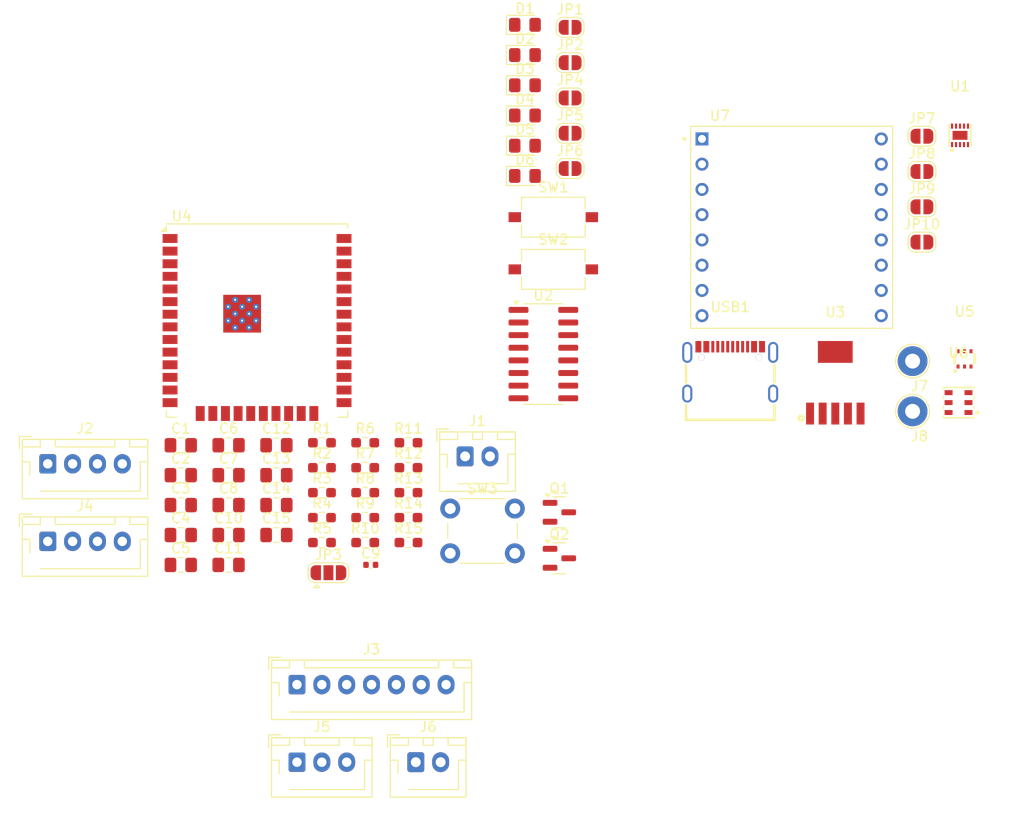
<source format=kicad_pcb>
(kicad_pcb (version 20241229) (generator "pcbnew") (generator_version "9.0")
  (layers (0 "F.Cu" signal) (2 "B.Cu" signal) (13 "F.Paste" user) (15 "B.Paste" user) (5 "F.SilkS" user "F.Silkscreen") (7 "B.SilkS" user "B.Silkscreen") (1 "F.Mask" user) (3 "B.Mask" user) (25 "Edge.Cuts" user))
  (net 0 "")
  (net 1 "Net-(JP1-B)")
  (net 2 "GND")
  (net 3 "Net-(U2-V3)")
  (net 4 "+5V")
  (net 5 "ESP_EN")
  (net 6 "BATT +")
  (net 7 "+3.3V")
  (net 8 "Net-(U3-FB)")
  (net 9 "GND2")
  (net 10 "+3.3VA")
  (net 11 "Net-(D1-A)")
  (net 12 "ESP_RX")
  (net 13 "ESP_TX")
  (net 14 "Net-(D2-A)")
  (net 15 "Net-(D3-A)")
  (net 16 "Net-(D3-K)")
  (net 17 "Net-(D4-A)")
  (net 18 "PG")
  (net 19 "Net-(D5-A)")
  (net 20 "Net-(D5-K)")
  (net 21 "Net-(D6-A)")
  (net 22 "SDA")
  (net 23 "SCL")
  (net 24 "E_SCL")
  (net 25 "E_SDA")
  (net 26 "Net-(JP2-A)")
  (net 27 "Net-(JP2-B)")
  (net 28 "VDC")
  (net 29 "Net-(JP3-C)")
  (net 30 "Net-(JP4-B)")
  (net 31 "Net-(JP6-B)")
  (net 32 "Net-(Q1-G)")
  (net 33 "Net-(Q1-S)")
  (net 34 "ESP_I0")
  (net 35 "Net-(USB1-CC2)")
  (net 36 "Net-(USB1-CC1)")
  (net 37 "Net-(U1-PRETERM)")
  (net 38 "Net-(U1-TS)")
  (net 39 "Net-(U4-IO26)")
  (net 40 "Net-(U5-INT)")
  (net 44 "Net-(U2-UD-)")
  (net 48 "Net-(U2-UD+)")
  (net 50 "TFT_CS")
  (net 53 "TFT_DC")
  (net 54 "TFT_RST")
  (net 60 "TOUCH_0")
  (net 61 "ESP_MOSI")
  (net 62 "ESP_TX2")
  (net 64 "ESP_RX2")
  (net 65 "TOUCH_2")
  (net 66 "ESP_CLK")
  (net 69 "ESP_ADC")
  (net 76 "Net-(J3-Pin_2)")
  (net 77 "Net-(J6-Pin_2)")
  (net 78 "Net-(J6-Pin_1)")
  (net 79 "Net-(JP9-A)")
  (net 80 "Net-(JP10-A)")
  (footprint "Jumper:SolderJumper-2_P1.3mm_Open_RoundedPad1.0x1.5mm" (layer "F.Cu") (at 150.1425 45.42)
    (property "Reference" "JP2" (at 0 -1.8 0) (layer "F.SilkS"))
    (property "Value" "SolderJumper_2_Open")
    (pad "1" smd custom (at -0.65 0) (size 1 0.5) (layers "F.Cu" "F.Mask") (net 26 "Net-(JP2-A)") (options (clearance outline) (anchor rect)) (primitives (gr_circle (center 0 0.25) (end 0.5 0.25) (width 0) (fill yes)) (gr_circle (center 0 -0.25) (end 0.5 -0.25) (width 0) (fill yes)) (gr_poly (pts (xy 0.5 0.75) (xy 0 0.75) (xy 0 -0.75) (xy 0.5 -0.75)) (width 0) (fill yes))))
    (pad "2" smd custom (at 0.65 0) (size 1 0.5) (layers "F.Cu" "F.Mask") (net 27 "Net-(JP2-B)") (options (clearance outline) (anchor rect)) (primitives (gr_circle (center 0 0.25) (end 0.5 0.25) (width 0) (fill yes)) (gr_circle (center 0 -0.25) (end 0.5 -0.25) (width 0) (fill yes)) (gr_poly (pts (xy 0 0.75) (xy -0.5 0.75) (xy -0.5 -0.75) (xy 0 -0.75)) (width 0) (fill yes))))
  )
  (footprint "Connector_JST:JST_XH_B2B-XH-AM_1x02_P2.50mm_Vertical" (layer "F.Cu") (at 139.5825 85.02)
    (property "Reference" "J1" (at 1.25 -3.55 0) (layer "F.SilkS"))
    (property "Value" "Battery Connector")
    (pad "" np_thru_hole circle (at -1.6 2) (size 1.2 1.2) (drill 1.2) (layers "*.Cu" "*.Mask"))
    (pad "1" thru_hole roundrect (at 0 0) (size 1.7 2) (drill 1) (layers "*.Cu" "*.Mask") (roundrect_rratio 0.147059) (net 6 "BATT +"))
    (pad "2" thru_hole oval (at 2.5 0) (size 1.7 2) (drill 1) (layers "*.Cu" "*.Mask") (net 2 "GND"))
  )
  (footprint "Resistor_SMD:R_0603_1608Metric_Pad0.98x0.95mm_HandSolder" (layer "F.Cu") (at 129.5325 93.69)
    (property "Reference" "R10" (at 0 -1.43 0) (layer "F.SilkS"))
    (property "Value" "1.5K")
    (pad "1" smd roundrect (at -0.9125 0) (size 0.975 0.95) (layers "F.Cu" "F.Mask" "F.Paste") (net 17 "Net-(D4-A)"))
    (pad "2" smd roundrect (at 0.9125 0) (size 0.975 0.95) (layers "F.Cu" "F.Mask" "F.Paste") (net 6 "BATT +"))
  )
  (footprint "LED_SMD:LED_0805_2012Metric_Pad1.15x1.40mm_HandSolder" (layer "F.Cu") (at 145.5975 44.655)
    (property "Reference" "D2" (at 0 -1.65 0) (layer "F.SilkS"))
    (property "Value" "LED")
    (pad "1" smd roundrect (at -1.025 0) (size 1.15 1.4) (layers "F.Cu" "F.Mask" "F.Paste") (roundrect_rratio 0.217391) (net 13 "ESP_TX"))
    (pad "2" smd roundrect (at 1.025 0) (size 1.15 1.4) (layers "F.Cu" "F.Mask" "F.Paste") (roundrect_rratio 0.217391) (net 14 "Net-(D2-A)"))
  )
  (footprint "Resistor_SMD:R_0603_1608Metric_Pad0.98x0.95mm_HandSolder" (layer "F.Cu") (at 125.1825 86.16)
    (property "Reference" "R2" (at 0 -1.43 0) (layer "F.SilkS"))
    (property "Value" "5.1k")
    (pad "1" smd roundrect (at -0.9125 0) (size 0.975 0.95) (layers "F.Cu" "F.Mask" "F.Paste") (net 36 "Net-(USB1-CC1)"))
    (pad "2" smd roundrect (at 0.9125 0) (size 0.975 0.95) (layers "F.Cu" "F.Mask" "F.Paste") (net 2 "GND"))
  )
  (footprint "Capacitor_SMD:C_0805_2012Metric_Pad1.18x1.45mm_HandSolder" (layer "F.Cu") (at 115.7925 86.91)
    (property "Reference" "C7" (at 0 -1.68 0) (layer "F.SilkS"))
    (property "Value" "10uF")
    (pad "1" smd roundrect (at -1.0375 0) (size 1.175 1.45) (layers "F.Cu" "F.Mask" "F.Paste") (roundrect_rratio 0.212766) (net 7 "+3.3V"))
    (pad "2" smd roundrect (at 1.0375 0) (size 1.175 1.45) (layers "F.Cu" "F.Mask" "F.Paste") (roundrect_rratio 0.212766) (net 2 "GND"))
  )
  (footprint "Resistor_SMD:R_0603_1608Metric_Pad0.98x0.95mm_HandSolder" (layer "F.Cu") (at 133.8825 93.69)
    (property "Reference" "R15" (at 0 -1.43 0) (layer "F.SilkS"))
    (property "Value" "1K")
    (pad "1" smd roundrect (at -0.9125 0) (size 0.975 0.95) (layers "F.Cu" "F.Mask" "F.Paste") (net 10 "+3.3VA"))
    (pad "2" smd roundrect (at 0.9125 0) (size 0.975 0.95) (layers "F.Cu" "F.Mask" "F.Paste") (net 40 "Net-(U5-INT)"))
  )
  (footprint "tanimoji:MODULE_DFR0299" (layer "F.Cu") (at 172.425 61.98)
    (property "Reference" "U7" (at -7.225 -11.235 0) (layer "F.SilkS"))
    (property "Value" "DFR0299")
    (pad "1" thru_hole rect (at -9.017 -8.89) (size 1.308 1.308) (drill 0.8) (layers "*.Cu" "*.Mask") (net 4 "+5V"))
    (pad "2" thru_hole circle (at -9.017 -6.35) (size 1.308 1.308) (drill 0.8) (layers "*.Cu" "*.Mask") (net 64 "ESP_RX2"))
    (pad "3" thru_hole circle (at -9.017 -3.81) (size 1.308 1.308) (drill 0.8) (layers "*.Cu" "*.Mask") (net 62 "ESP_TX2"))
    (pad "4" thru_hole circle (at -9.017 -1.27) (size 1.308 1.308) (drill 0.8) (layers "*.Cu" "*.Mask"))
    (pad "5" thru_hole circle (at -9.017 1.27) (size 1.308 1.308) (drill 0.8) (layers "*.Cu" "*.Mask"))
    (pad "6" thru_hole circle (at -9.017 3.81) (size 1.308 1.308) (drill 0.8) (layers "*.Cu" "*.Mask") (net 77 "Net-(J6-Pin_2)"))
    (pad "7" thru_hole circle (at -9.017 6.35) (size 1.308 1.308) (drill 0.8) (layers "*.Cu" "*.Mask") (net 79 "Net-(JP9-A)"))
    (pad "8" thru_hole circle (at -9.017 8.89) (size 1.308 1.308) (drill 0.8) (layers "*.Cu" "*.Mask") (net 78 "Net-(J6-Pin_1)"))
    (pad "9" thru_hole circle (at 9.017 8.89) (size 1.308 1.308) (drill 0.8) (layers "*.Cu" "*.Mask"))
    (pad "10" thru_hole circle (at 9.017 6.35) (size 1.308 1.308) (drill 0.8) (layers "*.Cu" "*.Mask") (net 80 "Net-(JP10-A)"))
    (pad "11" thru_hole circle (at 9.017 3.81) (size 1.308 1.308) (drill 0.8) (layers "*.Cu" "*.Mask"))
    (pad "12" thru_hole circle (at 9.017 1.27) (size 1.308 1.308) (drill 0.8) (layers "*.Cu" "*.Mask"))
    (pad "13" thru_hole circle (at 9.017 -1.27) (size 1.308 1.308) (drill 0.8) (layers "*.Cu" "*.Mask"))
    (pad "14" thru_hole circle (at 9.017 -3.81) (size 1.308 1.308) (drill 0.8) (layers "*.Cu" "*.Mask"))
    (pad "15" thru_hole circle (at 9.017 -6.35) (size 1.308 1.308) (drill 0.8) (layers "*.Cu" "*.Mask"))
    (pad "16" thru_hole circle (at 9.017 -8.89) (size 1.308 1.308) (drill 0.8) (layers "*.Cu" "*.Mask"))
  )
  (footprint "Capacitor_SMD:C_0805_2012Metric_Pad1.18x1.45mm_HandSolder" (layer "F.Cu") (at 110.9825 95.94)
    (property "Reference" "C5" (at 0 -1.68 0) (layer "F.SilkS"))
    (property "Value" "10uF")
    (pad "1" smd roundrect (at -1.0375 0) (size 1.175 1.45) (layers "F.Cu" "F.Mask" "F.Paste") (roundrect_rratio 0.212766) (net 2 "GND"))
    (pad "2" smd roundrect (at 1.0375 0) (size 1.175 1.45) (layers "F.Cu" "F.Mask" "F.Paste") (roundrect_rratio 0.212766) (net 6 "BATT +"))
  )
  (footprint "Capacitor_SMD:C_0805_2012Metric_Pad1.18x1.45mm_HandSolder" (layer "F.Cu") (at 120.6025 83.9)
    (property "Reference" "C12" (at 0 -1.68 0) (layer "F.SilkS"))
    (property "Value" "10uF")
    (pad "1" smd roundrect (at -1.0375 0) (size 1.175 1.45) (layers "F.Cu" "F.Mask" "F.Paste") (roundrect_rratio 0.212766) (net 10 "+3.3VA"))
    (pad "2" smd roundrect (at 1.0375 0) (size 1.175 1.45) (layers "F.Cu" "F.Mask" "F.Paste") (roundrect_rratio 0.212766) (net 9 "GND2"))
  )
  (footprint "Resistor_SMD:R_0603_1608Metric_Pad0.98x0.95mm_HandSolder" (layer "F.Cu") (at 125.1825 88.67)
    (property "Reference" "R3" (at 0 -1.43 0) (layer "F.SilkS"))
    (property "Value" "1K")
    (pad "1" smd roundrect (at -0.9125 0) (size 0.975 0.95) (layers "F.Cu" "F.Mask" "F.Paste") (net 27 "Net-(JP2-B)"))
    (pad "2" smd roundrect (at 0.9125 0) (size 0.975 0.95) (layers "F.Cu" "F.Mask" "F.Paste") (net 2 "GND"))
  )
  (footprint "tanimoji:SOT-223-6_L6.5-W3.5-P1.27-BL" (layer "F.Cu") (at 176.815 77.615)
    (property "Reference" "U3" (at 0 -7.1 0) (layer "F.SilkS"))
    (property "Value" "TPS73733DCQR")
    (pad "1" smd rect (at -2.54 3.1) (size 0.8 2.2) (layers "F.Cu" "F.Mask" "F.Paste") (net 30 "Net-(JP4-B)"))
    (pad "2" smd rect (at -1.27 3.1) (size 0.8 2.2) (layers "F.Cu" "F.Mask" "F.Paste") (net 7 "+3.3V"))
    (pad "3" smd rect (at 0 3.1) (size 0.8 2.2) (layers "F.Cu" "F.Mask" "F.Paste") (net 2 "GND"))
    (pad "4" smd rect (at 1.27 3.1) (size 0.8 2.2) (layers "F.Cu" "F.Mask" "F.Paste") (net 8 "Net-(U3-FB)"))
    (pad "5" smd rect (at 2.54 3.1) (size 0.8 2.2) (layers "F.Cu" "F.Mask" "F.Paste") (net 30 "Net-(JP4-B)"))
    (pad "6" smd rect (at 0 -3.1 180) (size 3.5 2.2) (layers "F.Cu" "F.Mask" "F.Paste") (net 2 "GND"))
  )
  (footprint "Connector_JST:JST_XH_B2B-XH-AM_1x02_P2.50mm_Vertical" (layer "F.Cu") (at 134.62 115.78)
    (property "Reference" "J6" (at 1.25 -3.55 0) (layer "F.SilkS"))
    (property "Value" "Screw_Terminal_01x02")
    (pad "" np_thru_hole circle (at -1.6 2) (size 1.2 1.2) (drill 1.2) (layers "*.Cu" "*.Mask"))
    (pad "1" thru_hole roundrect (at 0 0) (size 1.7 2) (drill 1) (layers "*.Cu" "*.Mask") (roundrect_rratio 0.147059) (net 78 "Net-(J6-Pin_1)"))
    (pad "2" thru_hole oval (at 2.5 0) (size 1.7 2) (drill 1) (layers "*.Cu" "*.Mask") (net 77 "Net-(J6-Pin_2)"))
  )
  (footprint "Resistor_SMD:R_0603_1608Metric_Pad0.98x0.95mm_HandSolder" (layer "F.Cu") (at 129.5325 88.67)
    (property "Reference" "R8" (at 0 -1.43 0) (layer "F.SilkS"))
    (property "Value" "10K")
    (pad "1" smd roundrect (at -0.9125 0) (size 0.975 0.95) (layers "F.Cu" "F.Mask" "F.Paste") (net 38 "Net-(U1-TS)"))
    (pad "2" smd roundrect (at 0.9125 0) (size 0.975 0.95) (layers "F.Cu" "F.Mask" "F.Paste") (net 2 "GND"))
  )
  (footprint "Capacitor_SMD:C_0805_2012Metric_Pad1.18x1.45mm_HandSolder" (layer "F.Cu") (at 110.9825 86.91)
    (property "Reference" "C2" (at 0 -1.68 0) (layer "F.SilkS"))
    (property "Value" "0.1uF")
    (pad "1" smd roundrect (at -1.0375 0) (size 1.175 1.45) (layers "F.Cu" "F.Mask" "F.Paste") (roundrect_rratio 0.212766) (net 3 "Net-(U2-V3)"))
    (pad "2" smd roundrect (at 1.0375 0) (size 1.175 1.45) (layers "F.Cu" "F.Mask" "F.Paste") (roundrect_rratio 0.212766) (net 2 "GND"))
  )
  (footprint "Resistor_SMD:R_0603_1608Metric_Pad0.98x0.95mm_HandSolder" (layer "F.Cu") (at 129.5325 91.18)
    (property "Reference" "R9" (at 0 -1.43 0) (layer "F.SilkS"))
    (property "Value" "1.5K")
    (pad "1" smd roundrect (at -0.9125 0) (size 0.975 0.95) (layers "F.Cu" "F.Mask" "F.Paste") (net 6 "BATT +"))
    (pad "2" smd roundrect (at 0.9125 0) (size 0.975 0.95) (layers "F.Cu" "F.Mask" "F.Paste") (net 15 "Net-(D3-A)"))
  )
  (footprint "Capacitor_SMD:C_0805_2012Metric_Pad1.18x1.45mm_HandSolder" (layer "F.Cu") (at 110.9825 83.9)
    (property "Reference" "C1" (at 0 -1.68 0) (layer "F.SilkS"))
    (property "Value" "10uF")
    (pad "1" smd roundrect (at -1.0375 0) (size 1.175 1.45) (layers "F.Cu" "F.Mask" "F.Paste") (roundrect_rratio 0.212766) (net 1 "Net-(JP1-B)"))
    (pad "2" smd roundrect (at 1.0375 0) (size 1.175 1.45) (layers "F.Cu" "F.Mask" "F.Paste") (roundrect_rratio 0.212766) (net 2 "GND"))
  )
  (footprint "Jumper:SolderJumper-3_P1.3mm_Open_RoundedPad1.0x1.5mm" (layer "F.Cu") (at 125.8325 96.72)
    (property "Reference" "JP3" (at 0 -1.8 0) (layer "F.SilkS"))
    (property "Value" "SolderJumper_3_Open")
    (pad "1" smd custom (at -1.3 0) (size 1 0.5) (layers "F.Cu" "F.Mask") (net 28 "VDC") (options (clearance outline) (anchor rect)) (primitives (gr_circle (center 0 0.25) (end 0.5 0.25) (width 0) (fill yes)) (gr_circle (center 0 -0.25) (end 0.5 -0.25) (width 0) (fill yes)) (gr_poly (pts (xy 0.55 0.75) (xy 0 0.75) (xy 0 -0.75) (xy 0.55 -0.75)) (width 0) (fill yes))))
    (pad "2" smd rect (at 0 0) (size 1 1.5) (layers "F.Cu" "F.Mask") (net 29 "Net-(JP3-C)"))
    (pad "3" smd custom (at 1.3 0) (size 1 0.5) (layers "F.Cu" "F.Mask") (net 2 "GND") (options (clearance outline) (anchor rect)) (primitives (gr_circle (center 0 0.25) (end 0.5 0.25) (width 0) (fill yes)) (gr_circle (center 0 -0.25) (end 0.5 -0.25) (width 0) (fill yes)) (gr_poly (pts (xy 0 0.75) (xy -0.55 0.75) (xy -0.55 -0.75) (xy 0 -0.75)) (width 0) (fill yes))))
  )
  (footprint "Capacitor_SMD:C_0805_2012Metric_Pad1.18x1.45mm_HandSolder" (layer "F.Cu") (at 115.7925 83.9)
    (property "Reference" "C6" (at 0 -1.68 0) (layer "F.SilkS"))
    (property "Value" "0.1uF")
    (pad "1" smd roundrect (at -1.0375 0) (size 1.175 1.45) (layers "F.Cu" "F.Mask" "F.Paste") (roundrect_rratio 0.212766) (net 2 "GND"))
    (pad "2" smd roundrect (at 1.0375 0) (size 1.175 1.45) (layers "F.Cu" "F.Mask" "F.Paste") (roundrect_rratio 0.212766) (net 5 "ESP_EN"))
  )
  (footprint "LED_SMD:LED_0805_2012Metric_Pad1.15x1.40mm_HandSolder" (layer "F.Cu") (at 145.5975 53.775)
    (property "Reference" "D5" (at 0 -1.65 0) (layer "F.SilkS"))
    (property "Value" "LED")
    (pad "1" smd roundrect (at -1.025 0) (size 1.15 1.4) (layers "F.Cu" "F.Mask" "F.Paste") (roundrect_rratio 0.217391) (net 20 "Net-(D5-K)"))
    (pad "2" smd roundrect (at 1.025 0) (size 1.15 1.4) (layers "F.Cu" "F.Mask" "F.Paste") (roundrect_rratio 0.217391) (net 19 "Net-(D5-A)"))
  )
  (footprint "tanimoji:SENSOR-SMD_L3.0-W3.0-P1.00-BR" (layer "F.Cu") (at 189.21 79.61)
    (property "Reference" "U6" (at 0 -5 0) (layer "F.SilkS"))
    (property "Value" "AHT20")
    (pad "1" smd rect (at 1 1 180) (size 0.8 0.5) (layers "F.Cu" "F.Mask" "F.Paste"))
    (pad "2" smd rect (at 1 0 180) (size 0.8 0.5) (layers "F.Cu" "F.Mask" "F.Paste") (net 10 "+3.3VA"))
    (pad "3" smd rect (at 1 -1 180) (size 0.8 0.5) (layers "F.Cu" "F.Mask" "F.Paste") (net 24 "E_SCL"))
    (pad "4" smd rect (at -1 -1 180) (size 0.8 0.5) (layers "F.Cu" "F.Mask" "F.Paste") (net 25 "E_SDA"))
    (pad "5" smd rect (at -1 0 180) (size 0.8 0.5) (layers "F.Cu" "F.Mask" "F.Paste") (net 9 "GND2"))
    (pad "6" smd rect (at -1 1 180) (size 0.8 0.5) (layers "F.Cu" "F.Mask" "F.Paste"))
  )
  (footprint "Button_Switch_SMD:SW_Tactile_SPST_NO_Straight_CK_PTS636Sx25SMTRLFS" (layer "F.Cu") (at 148.4525 60.96)
    (property "Reference" "SW1" (at 0 -3 0) (layer "F.SilkS"))
    (property "Value" "SW_Push")
    (pad "1" smd rect (at -3.875 0) (size 1.25 1) (layers "F.Cu" "F.Mask" "F.Paste") (net 2 "GND"))
    (pad "2" smd rect (at 3.875 0) (size 1.25 1) (layers "F.Cu" "F.Mask" "F.Paste") (net 5 "ESP_EN"))
  )
  (footprint "tanimoji:SENSOR-SMD_LTR-390UV-01" (layer "F.Cu") (at 189.815 75.215)
    (property "Reference" "U5" (at 0 -4.77 0) (layer "F.SilkS"))
    (property "Value" "LTR-390UV-01")
    (pad "1" smd rect (at -0.65 0.77) (size 0.3 0.4) (layers "F.Cu" "F.Mask" "F.Paste") (net 10 "+3.3VA"))
    (pad "2" smd rect (at 0 0.77) (size 0.3 0.4) (layers "F.Cu" "F.Mask" "F.Paste"))
    (pad "3" smd rect (at 0.65 0.77) (size 0.3 0.4) (layers "F.Cu" "F.Mask" "F.Paste") (net 9 "GND2"))
    (pad "4" smd rect (at 0.65 -0.77) (size 0.3 0.4) (layers "F.Cu" "F.Mask" "F.Paste") (net 24 "E_SCL"))
    (pad "5" smd rect (at 0 -0.77) (size 0.3 0.4) (layers "F.Cu" "F.Mask" "F.Paste") (net 40 "Net-(U5-INT)"))
    (pad "6" smd rect (at -0.65 -0.77) (size 0.3 0.4) (layers "F.Cu" "F.Mask" "F.Paste") (net 25 "E_SDA"))
  )
  (footprint "Capacitor_SMD:C_0402_1005Metric" (layer "F.Cu") (at 130.0925 95.93)
    (property "Reference" "C9" (at 0 -1.16 0) (layer "F.SilkS"))
    (property "Value" "10nF")
    (pad "1" smd roundrect (at -0.48 0) (size 0.56 0.62) (layers "F.Cu" "F.Mask" "F.Paste") (net 2 "GND"))
    (pad "2" smd roundrect (at 0.48 0) (size 0.56 0.62) (layers "F.Cu" "F.Mask" "F.Paste") (net 8 "Net-(U3-FB)"))
  )
  (footprint "Connector_JST:JST_XH_B4B-XH-AM_1x04_P2.50mm_Vertical" (layer "F.Cu") (at 97.6025 93.57)
    (property "Reference" "J4" (at 3.75 -3.55 0) (layer "F.SilkS"))
    (property "Value" "Screw_Terminal_01x04")
    (pad "" np_thru_hole circle (at -1.6 2) (size 1.2 1.2) (drill 1.2) (layers "*.Cu" "*.Mask"))
    (pad "1" thru_hole roundrect (at 0 0) (size 1.7 1.95) (drill 0.95) (layers "*.Cu" "*.Mask") (roundrect_rratio 0.147059) (net 10 "+3.3VA"))
    (pad "2" thru_hole oval (at 2.5 0) (size 1.7 1.95) (drill 0.95) (layers "*.Cu" "*.Mask") (net 24 "E_SCL"))
    (pad "3" thru_hole oval (at 5 0) (size 1.7 1.95) (drill 0.95) (layers "*.Cu" "*.Mask") (net 25 "E_SDA"))
    (pad "4" thru_hole oval (at 7.5 0) (size 1.7 1.95) (drill 0.95) (layers "*.Cu" "*.Mask") (net 9 "GND2"))
  )
  (footprint "Resistor_SMD:R_0603_1608Metric_Pad0.98x0.95mm_HandSolder" (layer "F.Cu") (at 125.1825 93.69)
    (property "Reference" "R5" (at 0 -1.43 0) (layer "F.SilkS"))
    (property "Value" "2K")
    (pad "1" smd roundrect (at -0.9125 0) (size 0.975 0.95) (layers "F.Cu" "F.Mask" "F.Paste") (net 37 "Net-(U1-PRETERM)"))
    (pad "2" smd roundrect (at 0.9125 0) (size 0.975 0.95) (layers "F.Cu" "F.Mask" "F.Paste") (net 2 "GND"))
  )
  (footprint "TestPoint:TestPoint_Loop_D2.54mm_Drill1.5mm_Beaded" (layer "F.Cu") (at 184.59 80.49)
    (property "Reference" "J8" (at 0.7 2.5 0) (layer "F.SilkS"))
    (property "Value" "Conn_01x01_Pin")
    (pad "1" thru_hole circle (at 0 0) (size 3 3) (drill 1.5) (layers "*.Cu" "*.Mask") (net 60 "TOUCH_0"))
  )
  (footprint "Button_Switch_SMD:SW_Tactile_SPST_NO_Straight_CK_PTS636Sx25SMTRLFS" (layer "F.Cu") (at 148.4525 66.21)
    (property "Reference" "SW2" (at 0 -3 0) (layer "F.SilkS"))
    (property "Value" "SW_Push")
    (pad "1" smd rect (at -3.875 0) (size 1.25 1) (layers "F.Cu" "F.Mask" "F.Paste") (net 34 "ESP_I0"))
    (pad "2" smd rect (at 3.875 0) (size 1.25 1) (layers "F.Cu" "F.Mask" "F.Paste") (net 2 "GND"))
  )
  (footprint "LED_SMD:LED_0805_2012Metric_Pad1.15x1.40mm_HandSolder" (layer "F.Cu") (at 145.5975 50.735)
    (property "Reference" "D4" (at 0 -1.65 0) (layer "F.SilkS"))
    (property "Value" "PGOOD")
    (pad "1" smd roundrect (at -1.025 0) (size 1.15 1.4) (layers "F.Cu" "F.Mask" "F.Paste") (roundrect_rratio 0.217391) (net 18 "PG"))
    (pad "2" smd roundrect (at 1.025 0) (size 1.15 1.4) (layers "F.Cu" "F.Mask" "F.Paste") (roundrect_rratio 0.217391) (net 17 "Net-(D4-A)"))
  )
  (footprint "RF_Module:ESP32-WROOM-32U" (layer "F.Cu") (at 118.6525 71.36)
    (property "Reference" "U4" (at -7.58 -10.5 180) (layer "F.SilkS"))
    (property "Value" "ESP32-WROOM-32")
    (pad "1" smd rect (at -8.75 -8.255) (size 1.5 0.9) (layers "F.Cu" "F.Mask" "F.Paste") (net 2 "GND"))
    (pad "2" smd rect (at -8.75 -6.985) (size 1.5 0.9) (layers "F.Cu" "F.Mask" "F.Paste") (net 7 "+3.3V"))
    (pad "3" smd rect (at -8.75 -5.715) (size 1.5 0.9) (layers "F.Cu" "F.Mask" "F.Paste") (net 5 "ESP_EN"))
    (pad "4" smd rect (at -8.75 -4.445) (size 1.5 0.9) (layers "F.Cu" "F.Mask" "F.Paste"))
    (pad "5" smd rect (at -8.75 -3.175) (size 1.5 0.9) (layers "F.Cu" "F.Mask" "F.Paste"))
    (pad "6" smd rect (at -8.75 -1.905) (size 1.5 0.9) (layers "F.Cu" "F.Mask" "F.Paste") (net 69 "ESP_ADC"))
    (pad "7" smd rect (at -8.75 -0.635) (size 1.5 0.9) (layers "F.Cu" "F.Mask" "F.Paste"))
    (pad "8" smd rect (at -8.75 0.635) (size 1.5 0.9) (layers "F.Cu" "F.Mask" "F.Paste") (net 53 "TFT_DC"))
    (pad "9" smd rect (at -8.75 1.905) (size 1.5 0.9) (layers "F.Cu" "F.Mask" "F.Paste"))
    (pad "10" smd rect (at -8.75 3.175) (size 1.5 0.9) (layers "F.Cu" "F.Mask" "F.Paste"))
    (pad "11" smd rect (at -8.75 4.445) (size 1.5 0.9) (layers "F.Cu" "F.Mask" "F.Paste") (net 39 "Net-(U4-IO26)"))
    (pad "12" smd rect (at -8.75 5.715) (size 1.5 0.9) (layers "F.Cu" "F.Mask" "F.Paste"))
    (pad "13" smd rect (at -8.75 6.985) (size 1.5 0.9) (layers "F.Cu" "F.Mask" "F.Paste"))
    (pad "14" smd rect (at -8.75 8.255) (size 1.5 0.9) (layers "F.Cu" "F.Mask" "F.Paste") (net 19 "Net-(D5-A)"))
    (pad "15" smd rect (at -5.715 9.35 90) (size 1.5 0.9) (layers "F.Cu" "F.Mask" "F.Paste") (net 2 "GND"))
    (pad "16" smd rect (at -4.445 9.35 90) (size 1.5 0.9) (layers "F.Cu" "F.Mask" "F.Paste"))
    (pad "17" smd rect (at -3.175 9.35 90) (size 1.5 0.9) (layers "F.Cu" "F.Mask" "F.Paste"))
    (pad "18" smd rect (at -1.905 9.35 90) (size 1.5 0.9) (layers "F.Cu" "F.Mask" "F.Paste"))
    (pad "19" smd rect (at -0.635 9.35 90) (size 1.5 0.9) (layers "F.Cu" "F.Mask" "F.Paste"))
    (pad "20" smd rect (at 0.635 9.35 90) (size 1.5 0.9) (layers "F.Cu" "F.Mask" "F.Paste"))
    (pad "21" smd rect (at 1.905 9.35 90) (size 1.5 0.9) (layers "F.Cu" "F.Mask" "F.Paste"))
    (pad "22" smd rect (at 3.175 9.35 90) (size 1.5 0.9) (layers "F.Cu" "F.Mask" "F.Paste"))
    (pad "23" smd rect (at 4.445 9.35 90) (size 1.5 0.9) (layers "F.Cu" "F.Mask" "F.Paste") (net 54 "TFT_RST"))
    (pad "24" smd rect (at 5.715 9.35 90) (size 1.5 0.9) (layers "F.Cu" "F.Mask" "F.Paste") (net 65 "TOUCH_2"))
    (pad "25" smd rect (at 8.75 8.255) (size 1.5 0.9) (layers "F.Cu" "F.Mask" "F.Paste") (net 34 "ESP_I0"))
    (pad "26" smd rect (at 8.75 6.985) (size 1.5 0.9) (layers "F.Cu" "F.Mask" "F.Paste") (net 60 "TOUCH_0"))
    (pad "27" smd rect (at 8.75 5.715) (size 1.5 0.9) (layers "F.Cu" "F.Mask" "F.Paste") (net 62 "ESP_TX2"))
    (pad "28" smd rect (at 8.75 4.445) (size 1.5 0.9) (layers "F.Cu" "F.Mask" "F.Paste") (net 64 "ESP_RX2"))
    (pad "29" smd rect (at 8.75 3.175) (size 1.5 0.9) (layers "F.Cu" "F.Mask" "F.Paste") (net 50 "TFT_CS"))
    (pad "30" smd rect (at 8.75 1.905) (size 1.5 0.9) (layers "F.Cu" "F.Mask" "F.Paste") (net 66 "ESP_CLK"))
    (pad "31" smd rect (at 8.75 0.635) (size 1.5 0.9) (layers "F.Cu" "F.Mask" "F.Paste"))
    (pad "32" smd rect (at 8.75 -0.635) (size 1.5 0.9) (layers "F.Cu" "F.Mask" "F.Paste"))
    (pad "33" smd rect (at 8.75 -1.905) (size 1.5 0.9) (layers "F.Cu" "F.Mask" "F.Paste") (net 22 "SDA"))
    (pad "34" smd rect (at 8.75 -3.175) (size 1.5 0.9) (layers "F.Cu" "F.Mask" "F.Paste") (net 12 "ESP_RX"))
    (pad "35" smd rect (at 8.75 -4.445) (size 1.5 0.9) (layers "F.Cu" "F.Mask" "F.Paste") (net 13 "ESP_TX"))
    (pad "36" smd rect (at 8.75 -5.715) (size 1.5 0.9) (layers "F.Cu" "F.Mask" "F.Paste") (net 23 "SCL"))
    (pad "37" smd rect (at 8.75 -6.985) (size 1.5 0.9) (layers "F.Cu" "F.Mask" "F.Paste") (net 61 "ESP_MOSI"))
    (pad "38" smd rect (at 8.75 -8.255) (size 1.5 0.9) (layers "F.Cu" "F.Mask" "F.Paste") (net 2 "GND"))
    (pad "39" smd rect (at -2.9 -2.09) (size 0.9 0.9) (layers "F.Cu" "F.Paste") (net 2 "GND"))
    (pad "39" thru_hole circle (at -2.9 -1.39) (size 0.6 0.6) (drill 0.2) (property pad_prop_heatsink) (layers "*.Cu" "F.Mask") (net 2 "GND"))
    (pad "39" smd rect (at -2.9 -0.69) (size 0.9 0.9) (layers "F.Cu" "F.Paste") (net 2 "GND"))
    (pad "39" thru_hole circle (at -2.9 0.01) (size 0.6 0.6) (drill 0.2) (property pad_prop_heatsink) (layers "*.Cu" "F.Mask") (net 2 "GND"))
    (pad "39" smd rect (at -2.9 0.71) (size 0.9 0.9) (layers "F.Cu" "F.Paste") (net 2 "GND"))
    (pad "39" thru_hole circle (at -2.2 -2.09) (size 0.6 0.6) (drill 0.2) (property pad_prop_heatsink) (layers "*.Cu" "F.Mask") (net 2 "GND"))
    (pad "39" thru_hole circle (at -2.2 -0.69) (size 0.6 0.6) (drill 0.2) (property pad_prop_heatsink) (layers "*.Cu" "F.Mask") (net 2 "GND"))
    (pad "39" thru_hole circle (at -2.2 0.71) (size 0.6 0.6) (drill 0.2) (property pad_prop_heatsink) (layers "*.Cu" "F.Mask") (net 2 "GND"))
    (pad "39" smd rect (at -1.5 -2.09) (size 0.9 0.9) (layers "F.Cu" "F.Paste") (net 2 "GND"))
    (pad "39" thru_hole circle (at -1.5 -1.39) (size 0.6 0.6) (drill 0.2) (property pad_prop_heatsink) (layers "*.Cu" "F.Mask") (net 2 "GND"))
    (pad "39" smd rect (at -1.5 -0.69) (size 0.9 0.9) (layers "F.Cu" "F.Paste") (net 2 "GND"))
    (pad "39" smd rect (at -1.5 -0.69) (size 3.8 3.8) (property pad_prop_heatsink) (layers "F.Cu" "F.Mask") (net 2 "GND"))
    (pad "39" thru_hole circle (at -1.5 0.01) (size 0.6 0.6) (drill 0.2) (property pad_prop_heatsink) (layers "*.Cu" "F.Mask") (net 2 "GND"))
    (pad "39" smd rect (at -1.5 0.71) (size 0.9 0.9) (layers "F.Cu" "F.Paste") (net 2 "GND"))
    (pad "39" thru_hole circle (at -0.8 -2.09) (size 0.6 0.6) (drill 0.2) (property pad_prop_heatsink) (layers "*.Cu" "F.Mask") (net 2 "GND"))
    (pad "39" thru_hole circle (at -0.8 -0.69) (size 0.6 0.6) (drill 0.2) (property pad_prop_heatsink) (layers "*.Cu" "F.Mask") (net 2 "GND"))
    (pad "39" thru_hole circle (at -0.8 0.71) (size 0.6 0.6) (drill 0.2) (property pad_prop_heatsink) (layers "*.Cu" "F.Mask") (net 2 "GND"))
    (pad "39" smd rect (at -0.1 -2.09) (size 0.9 0.9) (layers "F.Cu" "F.Paste") (net 2 "GND"))
    (pad "39" thru_hole circle (at -0.1 -1.39) (size 0.6 0.6) (drill 0.2) (property pad_prop_heatsink) (layers "*.Cu" "F.Mask") (net 2 "GND"))
    (pad "39" smd rect (at -0.1 -0.69) (size 0.9 0.9) (layers "F.Cu" "F.Paste") (net 2 "GND"))
    (pad "39" thru_hole circle (at -0.1 0.01) (size 0.6 0.6) (drill 0.2) (property pad_prop_heatsink) (layers "*.Cu" "F.Mask") (net 2 "GND"))
    (pad "39" smd rect (at -0.1 0.71) (size 0.9 0.9) (layers "F.Cu" "F.Paste") (net 2 "GND"))
  )
  (footprint "LED_SMD:LED_0805_2012Metric_Pad1.15x1.40mm_HandSolder" (layer "F.Cu") (at 145.5975 56.815)
    (property "Reference" "D6" (at 0 -1.65 0) (layer "F.SilkS"))
    (property "Value" "LED")
    (pad "1" smd roundrect (at -1.025 0) (size 1.15 1.4) (layers "F.Cu" "F.Mask" "F.Paste") (roundrect_rratio 0.217391) (net 2 "GND"))
    (pad "2" smd roundrect (at 1.025 0) (size 1.15 1.4) (layers "F.Cu" "F.Mask" "F.Paste") (roundrect_rratio 0.217391) (net 21 "Net-(D6-A)"))
  )
  (footprint "Capacitor_SMD:C_0805_2012Metric_Pad1.18x1.45mm_HandSolder" (layer "F.Cu") (at 110.9825 89.92)
    (property "Reference" "C3" (at 0 -1.68 0) (layer "F.SilkS"))
    (property "Value" "10uF")
    (pad "1" smd roundrect (at -1.0375 0) (size 1.175 1.45) (layers "F.Cu" "F.Mask" "F.Paste") (roundrect_rratio 0.212766) (net 4 "+5V"))
    (pad "2" smd roundrect (at 1.0375 0) (size 1.175 1.45) (layers "F.Cu" "F.Mask" "F.Paste") (roundrect_rratio 0.212766) (net 2 "GND"))
  )
  (footprint "Resistor_SMD:R_0603_1608Metric_Pad0.98x0.95mm_HandSolder" (layer "F.Cu") (at 133.8825 86.16)
    (property "Reference" "R12" (at 0 -1.43 0) (layer "F.SilkS"))
    (property "Value" "1K")
    (pad "1" smd roundrect (at -0.9125 0) (size 0.975 0.95) (layers "F.Cu" "F.Mask" "F.Paste") (net 20 "Net-(D5-K)"))
    (pad "2" smd roundrect (at 0.9125 0) (size 0.975 0.95) (layers "F.Cu" "F.Mask" "F.Paste") (net 2 "GND"))
  )
  (footprint "Jumper:SolderJumper-2_P1.3mm_Open_RoundedPad1.0x1.5mm" (layer "F.Cu") (at 150.1425 52.52)
    (property "Reference" "JP5" (at 0 -1.8 0) (layer "F.SilkS"))
    (property "Value" "SolderJumper_2_Open")
    (pad "1" smd custom (at -0.65 0) (size 1 0.5) (layers "F.Cu" "F.Mask") (net 28 "VDC") (options (clearance outline) (anchor rect)) (primitives (gr_circle (center 0 0.25) (end 0.5 0.25) (width 0) (fill yes)) (gr_circle (center 0 -0.25) (end 0.5 -0.25) (width 0) (fill yes)) (gr_poly (pts (xy 0.5 0.75) (xy 0 0.75) (xy 0 -0.75) (xy 0.5 -0.75)) (width 0) (fill yes))))
    (pad "2" smd custom (at 0.65 0) (size 1 0.5) (layers "F.Cu" "F.Mask") (net 30 "Net-(JP4-B)") (options (clearance outline) (anchor rect)) (primitives (gr_circle (center 0 0.25) (end 0.5 0.25) (width 0) (fill yes)) (gr_circle (center 0 -0.25) (end 0.5 -0.25) (width 0) (fill yes)) (gr_poly (pts (xy 0 0.75) (xy -0.5 0.75) (xy -0.5 -0.75) (xy 0 -0.75)) (width 0) (fill yes))))
  )
  (footprint "Package_SO:SOP-16_3.9x9.9mm_P1.27mm" (layer "F.Cu") (at 147.4525 74.73)
    (property "Reference" "U2" (at 0 -5.9 0) (layer "F.SilkS"))
    (property "Value" "CH340C")
    (pad "1" smd roundrect (at -2.5 -4.445) (size 2 0.6) (layers "F.Cu" "F.Mask" "F.Paste") (net 2 "GND"))
    (pad "2" smd roundrect (at -2.5 -3.175) (size 2 0.6) (layers "F.Cu" "F.Mask" "F.Paste") (net 12 "ESP_RX"))
    (pad "3" smd roundrect (at -2.5 -1.905) (size 2 0.6) (layers "F.Cu" "F.Mask" "F.Paste") (net 13 "ESP_TX"))
    (pad "4" smd roundrect (at -2.5 -0.635) (size 2 0.6) (layers "F.Cu" "F.Mask" "F.Paste") (net 3 "Net-(U2-V3)"))
    (pad "5" smd roundrect (at -2.5 0.635) (size 2 0.6) (layers "F.Cu" "F.Mask" "F.Paste") (net 48 "Net-(U2-UD+)"))
    (pad "6" smd roundrect (at -2.5 1.905) (size 2 0.6) (layers "F.Cu" "F.Mask" "F.Paste") (net 44 "Net-(U2-UD-)"))
    (pad "7" smd roundrect (at -2.5 3.175) (size 2 0.6) (layers "F.Cu" "F.Mask" "F.Paste"))
    (pad "8" smd roundrect (at -2.5 4.445) (size 2 0.6) (layers "F.Cu" "F.Mask" "F.Paste"))
    (pad "9" smd roundrect (at 2.5 4.445) (size 2 0.6) (layers "F.Cu" "F.Mask" "F.Paste"))
    (pad "10" smd roundrect (at 2.5 3.175) (size 2 0.6) (layers "F.Cu" "F.Mask" "F.Paste"))
    (pad "11" smd roundrect (at 2.5 1.905) (size 2 0.6) (layers "F.Cu" "F.Mask" "F.Paste"))
    (pad "12" smd roundrect (at 2.5 0.635) (size 2 0.6) (layers "F.Cu" "F.Mask" "F.Paste"))
    (pad "13" smd roundrect (at 2.5 -0.635) (size 2 0.6) (layers "F.Cu" "F.Mask" "F.Paste") (net 32 "Net-(Q1-G)"))
    (pad "14" smd roundrect (at 2.5 -1.905) (size 2 0.6) (layers "F.Cu" "F.Mask" "F.Paste") (net 33 "Net-(Q1-S)"))
    (pad "15" smd roundrect (at 2.5 -3.175) (size 2 0.6) (layers "F.Cu" "F.Mask" "F.Paste"))
    (pad "16" smd roundrect (at 2.5 -4.445) (size 2 0.6) (layers "F.Cu" "F.Mask" "F.Paste") (net 4 "+5V"))
  )
  (footprint "Package_TO_SOT_SMD:SOT-23" (layer "F.Cu") (at 149.0625 90.645)
    (property "Reference" "Q1" (at 0 -2.4 0) (layer "F.SilkS"))
    (property "Value" "BSS138")
    (pad "1" smd roundrect (at -0.9375 -0.95) (size 1.475 0.6) (layers "F.Cu" "F.Mask" "F.Paste") (net 32 "Net-(Q1-G)"))
    (pad "2" smd roundrect (at -0.9375 0.95) (size 1.475 0.6) (layers "F.Cu" "F.Mask" "F.Paste") (net 33 "Net-(Q1-S)"))
    (pad "3" smd roundrect (at 0.9375 0) (size 1.475 0.6) (layers "F.Cu" "F.Mask" "F.Paste") (net 5 "ESP_EN"))
  )
  (footprint "Connector_JST:JST_XH_B3B-XH-AM_1x03_P2.50mm_Vertical" (layer "F.Cu") (at 122.67 115.78)
    (property "Reference" "J5" (at 2.5 -3.55 0) (layer "F.SilkS"))
    (property "Value" "Screw_Terminal_01x03")
    (pad "" np_thru_hole circle (at -1.6 2) (size 1.2 1.2) (drill 1.2) (layers "*.Cu" "*.Mask"))
    (pad "1" thru_hole roundrect (at 0 0) (size 1.7 1.95) (drill 0.95) (layers "*.Cu" "*.Mask") (roundrect_rratio 0.147059) (net 7 "+3.3V"))
    (pad "2" thru_hole oval (at 2.5 0) (size 1.7 1.95) (drill 0.95) (layers "*.Cu" "*.Mask") (net 69 "ESP_ADC"))
    (pad "3" thru_hole oval (at 5 0) (size 1.7 1.95) (drill 0.95) (layers "*.Cu" "*.Mask") (net 2 "GND"))
  )
  (footprint "Jumper:SolderJumper-2_P1.3mm_Open_RoundedPad1.0x1.5mm" (layer "F.Cu") (at 150.1425 56.07)
    (property "Reference" "JP6" (at 0 -1.8 0) (layer "F.SilkS"))
    (property "Value" "SolderJumper_2_Open")
    (pad "1" smd custom (at -0.65 0) (size 1 0.5) (layers "F.Cu" "F.Mask") (net 7 "+3.3V") (options (clearance outline) (anchor rect)) (primitives (gr_circle (center 0 0.25) (end 0.5 0.25) (width 0) (fill yes)) (gr_circle (center 0 -0.25) (end 0.5 -0.25) (width 0) (fill yes)) (gr_poly (pts (xy 0.5 0.75) (xy 0 0.75) (xy 0 -0.75) (xy 0.5 -0.75)) (width 0) (fill yes))))
    (pad "2" smd custom (at 0.65 0) (size 1 0.5) (layers "F.Cu" "F.Mask") (net 31 "Net-(JP6-B)") (options (clearance outline) (anchor rect)) (primitives (gr_circle (center 0 0.25) (end 0.5 0.25) (width 0) (fill yes)) (gr_circle (center 0 -0.25) (end 0.5 -0.25) (width 0) (fill yes)) (gr_poly (pts (xy 0 0.75) (xy -0.5 0.75) (xy -0.5 -0.75) (xy 0 -0.75)) (width 0) (fill yes))))
  )
  (footprint "Resistor_SMD:R_0603_1608Metric_Pad0.98x0.95mm_HandSolder" (layer "F.Cu") (at 133.8825 88.67)
    (property "Reference" "R13" (at 0 -1.43 0) (layer "F.SilkS"))
    (property "Value" "1K")
    (pad "1" smd roundrect (at -0.9125 0) (size 0.975 0.95) (layers "F.Cu" "F.Mask" "F.Paste") (net 39 "Net-(U4-IO26)"))
    (pad "2" smd roundrect (at 0.9125 0) (size 0.975 0.95) (layers "F.Cu" "F.Mask" "F.Paste") (net 7 "+3.3V"))
  )
  (footprint "Capacitor_SMD:C_0805_2012Metric_Pad1.18x1.45mm_HandSolder" (layer "F.Cu") (at 120.6025 92.93)
    (property "Reference" "C15" (at 0 -1.68 0) (layer "F.SilkS"))
    (property "Value" "0.1uF")
    (pad "1" smd roundrect (at -1.0375 0) (size 1.175 1.45) (layers "F.Cu" "F.Mask" "F.Paste") (roundrect_rratio 0.212766) (net 10 "+3.3VA"))
    (pad "2" smd roundrect (at 1.0375 0) (size 1.175 1.45) (layers "F.Cu" "F.Mask" "F.Paste") (roundrect_rratio 0.212766) (net 9 "GND2"))
  )
  (footprint "Capacitor_SMD:C_0805_2012Metric_Pad1.18x1.45mm_HandSolder" (layer "F.Cu") (at 115.7925 95.94)
    (property "Reference" "C11" (at 0 -1.68 0) (layer "F.SilkS"))
    (property "Value" "10uF")
    (pad "1" smd roundrect (at -1.0375 0) (size 1.175 1.45) (layers "F.Cu" "F.Mask" "F.Paste") (roundrect_rratio 0.212766) (net 2 "GND"))
    (pad "2" smd roundrect (at 1.0375 0) (size 1.175 1.45) (layers "F.Cu" "F.Mask" "F.Paste") (roundrect_rratio 0.212766) (net 7 "+3.3V"))
  )
  (footprint "Resistor_SMD:R_0603_1608Metric_Pad0.98x0.95mm_HandSolder" (layer "F.Cu") (at 133.8825 91.18)
    (property "Reference" "R14" (at 0 -1.43 0) (layer "F.SilkS"))
    (property "Value" "1K")
    (pad "1" smd roundrect (at -0.9125 0) (size 0.975 0.95) (layers "F.Cu" "F.Mask" "F.Paste") (net 31 "Net-(JP6-B)"))
    (pad "2" smd roundrect (at 0.9125 0) (size 0.975 0.95) (layers "F.Cu" "F.Mask" "F.Paste") (net 21 "Net-(D6-A)"))
  )
  (footprint "Capacitor_SMD:C_0805_2012Metric_Pad1.18x1.45mm_HandSolder" (layer "F.Cu") (at 110.9825 92.93)
    (property "Reference" "C4" (at 0 -1.68 0) (layer "F.SilkS"))
    (property "Value" "0.1uF")
    (pad "1" smd roundrect (at -1.0375 0) (size 1.175 1.45) (layers "F.Cu" "F.Mask" "F.Paste") (roundrect_rratio 0.212766) (net 2 "GND"))
    (pad "2" smd roundrect (at 1.0375 0) (size 1.175 1.45) (layers "F.Cu" "F.Mask" "F.Paste") (roundrect_rratio 0.212766) (net 5 "ESP_EN"))
  )
  (footprint "Resistor_SMD:R_0603_1608Metric_Pad0.98x0.95mm_HandSolder" (layer "F.Cu") (at 129.5325 83.65)
    (property "Reference" "R6" (at 0 -1.43 0) (layer "F.SilkS"))
    (property "Value" "1K")
    (pad "1" smd roundrect (at -0.9125 0) (size 0.975 0.95) (layers "F.Cu" "F.Mask" "F.Paste") (net 7 "+3.3V"))
    (pad "2" smd roundrect (at 0.9125 0) (size 0.975 0.95) (layers "F.Cu" "F.Mask" "F.Paste") (net 11 "Net-(D1-A)"))
  )
  (footprint "Package_TO_SOT_SMD:SOT-23" (layer "F.Cu") (at 149.0625 95.27)
    (property "Reference" "Q2" (at 0 -2.4 0) (layer "F.SilkS"))
    (property "Value" "BSS138")
    (pad "1" smd roundrect (at -0.9375 -0.95) (size 1.475 0.6) (layers "F.Cu" "F.Mask" "F.Paste") (net 33 "Net-(Q1-S)"))
    (pad "2" smd roundrect (at -0.9375 0.95) (size 1.475 0.6) (layers "F.Cu" "F.Mask" "F.Paste") (net 32 "Net-(Q1-G)"))
    (pad "3" smd roundrect (at 0.9375 0) (size 1.475 0.6) (layers "F.Cu" "F.Mask" "F.Paste") (net 34 "ESP_I0"))
  )
  (footprint "Jumper:SolderJumper-2_P1.3mm_Open_RoundedPad1.0x1.5mm" (layer "F.Cu") (at 150.1425 41.87)
    (property "Reference" "JP1" (at 0 -1.8 0) (layer "F.SilkS"))
    (property "Value" "SolderJumper_2_Open")
    (pad "1" smd custom (at -0.65 0) (size 1 0.5) (layers "F.Cu" "F.Mask") (net 4 "+5V") (options (clearance outline) (anchor rect)) (primitives (gr_circle (center 0 0.25) (end 0.5 0.25) (width 0) (fill yes)) (gr_circle (center 0 -0.25) (end 0.5 -0.25) (width 0) (fill yes)) (gr_poly (pts (xy 0.5 0.75) (xy 0 0.75) (xy 0 -0.75) (xy 0.5 -0.75)) (width 0) (fill yes))))
    (pad "2" smd custom (at 0.65 0) (size 1 0.5) (layers "F.Cu" "F.Mask") (net 1 "Net-(JP1-B)") (options (clearance outline) (anchor rect)) (primitives (gr_circle (center 0 0.25) (end 0.5 0.25) (width 0) (fill yes)) (gr_circle (center 0 -0.25) (end 0.5 -0.25) (width 0) (fill yes)) (gr_poly (pts (xy 0 0.75) (xy -0.5 0.75) (xy -0.5 -0.75) (xy 0 -0.75)) (width 0) (fill yes))))
  )
  (footprint "tanimoji:WSON-10_L2.0-W2.0-P0.40-BL-EP" (layer "F.Cu") (at 189.36 52.73)
    (property "Reference" "U1" (at 0 -4.93 0) (layer "F.SilkS"))
    (property "Value" "BQ24040DSQR")
    (pad "1" smd rect (at -0.8 0.93) (size 0.22 0.51) (layers "F.Cu" "F.Mask" "F.Paste") (net 1 "Net-(JP1-B)"))
    (pad "2" smd rect (at -0.4 0.93) (size 0.22 0.51) (layers "F.Cu" "F.Mask" "F.Paste") (net 26 "Net-(JP2-A)"))
    (pad "3" smd rect (at 0 0.93) (size 0.22 0.51) (layers "F.Cu" "F.Mask" "F.Paste") (net 2 "GND"))
    (pad "4" smd rect (at 0.4 0.93) (size 0.22 0.51) (layers "F.Cu" "F.Mask" "F.Paste") (net 37 "Net-(U1-PRETERM)"))
    (pad "5" smd rect (at 0.8 0.93) (size 0.22 0.51) (layers "F.Cu" "F.Mask" "F.Paste") (net 18 "PG"))
    (pad "6" smd rect (at 0.8 -0.93) (size 0.22 0.51) (layers "F.Cu" "F.Mask" "F.Paste"))
    (pad "7" smd rect (at 0.4 -0.93) (size 0.22 0.51) (layers "F.Cu" "F.Mask" "F.Paste") (net 29 "Net-(JP3-C)"))
    (pad "8" smd rect (at 0 -0.93) (size 0.22 0.51) (layers "F.Cu" "F.Mask" "F.Paste") (net 16 "Net-(D3-K)"))
    (pad "9" smd rect (at -0.4 -0.93) (size 0.22 0.51) (layers "F.Cu" "F.Mask" "F.Paste") (net 38 "Net-(U1-TS)"))
    (pad "10" smd rect (at -0.8 -0.93) (size 0.22 0.51) (layers "F.Cu" "F.Mask" "F.Paste") (net 6 "BATT +"))
    (pad "11" smd rect (at 0 0) (size 1.5 0.9) (layers "F.Cu" "F.Mask" "F.Paste") (net 2 "GND"))
  )
  (footprint "Jumper:SolderJumper-2_P1.3mm_Open_RoundedPad1.0x1.5mm" (layer "F.Cu") (at 185.53 59.92)
    (property "Reference" "JP9" (at 0 -1.8 0) (layer "F.SilkS"))
    (property "Value" "SolderJumper_2_Open")
    (pad "1" smd custom (at -0.65 0) (size 1 0.5) (layers "F.Cu" "F.Mask") (net 79 "Net-(JP9-A)") (options (clearance outline) (anchor rect)) (primitives (gr_circle (center 0 0.25) (end 0.5 0.25) (width 0) (fill yes)) (gr_circle (center 0 -0.25) (end 0.5 -0.25) (width 0) (fill yes)) (gr_poly (pts (xy 0.5 0.75) (xy 0 0.75) (xy 0 -0.75) (xy 0.5 -0.75)) (width 0) (fill yes))))
    (pad "2" smd custom (at 0.65 0) (size 1 0.5) (layers "F.Cu" "F.Mask") (net 2 "GND") (options (clearance outline) (anchor rect)) (primitives (gr_circle (center 0 0.25) (end 0.5 0.25) (width 0) (fill yes)) (gr_circle (center 0 -0.25) (end 0.5 -0.25) (width 0) (fill yes)) (gr_poly (pts (xy 0 0.75) (xy -0.5 0.75) (xy -0.5 -0.75) (xy 0 -0.75)) (width 0) (fill yes))))
  )
  (footprint "Capacitor_SMD:C_0805_2012Metric_Pad1.18x1.45mm_HandSolder" (layer "F.Cu") (at 115.7925 89.92)
    (property "Reference" "C8" (at 0 -1.68 0) (layer "F.SilkS"))
    (property "Value" "0.1uF")
    (pad "1" smd roundrect (at -1.0375 0) (size 1.175 1.45) (layers "F.Cu" "F.Mask" "F.Paste") (roundrect_rratio 0.212766) (net 7 "+3.3V"))
    (pad "2" smd roundrect (at 1.0375 0) (size 1.175 1.45) (layers "F.Cu" "F.Mask" "F.Paste") (roundrect_rratio 0.212766) (net 2 "GND"))
  )
  (footprint "Jumper:SolderJumper-2_P1.3mm_Open_RoundedPad1.0x1.5mm" (layer "F.Cu") (at 185.53 56.37)
    (property "Reference" "JP8" (at 0 -1.8 0) (layer "F.SilkS"))
    (property "Value" "SolderJumper_2_Open")
    (pad "1" smd custom (at -0.65 0) (size 1 0.5) (layers "F.Cu" "F.Mask") (net 7 "+3.3V") (options (clearance outline) (anchor rect)) (primitives (gr_circle (center 0 0.25) (end 0.5 0.25) (width 0) (fill yes)) (gr_circle (center 0 -0.25) (end 0.5 -0.25) (width 0) (fill yes)) (gr_poly (pts (xy 0.5 0.75) (xy 0 0.75) (xy 0 -0.75) (xy 0.5 -0.75)) (width 0) (fill yes))))
    (pad "2" smd custom (at 0.65 0) (size 1 0.5) (layers "F.Cu" "F.Mask") (net 76 "Net-(J3-Pin_2)") (options (clearance outline) (anchor rect)) (primitives (gr_circle (center 0 0.25) (end 0.5 0.25) (width 0) (fill yes)) (gr_circle (center 0 -0.25) (end 0.5 -0.25) (width 0) (fill yes)) (gr_poly (pts (xy 0 0.75) (xy -0.5 0.75) (xy -0.5 -0.75) (xy 0 -0.75)) (width 0) (fill yes))))
  )
  (footprint "Resistor_SMD:R_0603_1608Metric_Pad0.98x0.95mm_HandSolder" (layer "F.Cu") (at 125.1825 83.65)
    (property "Reference" "R1" (at 0 -1.43 0) (layer "F.SilkS"))
    (property "Value" "5.1k")
    (pad "1" smd roundrect (at -0.9125 0) (size 0.975 0.95) (layers "F.Cu" "F.Mask" "F.Paste") (net 35 "Net-(USB1-CC2)"))
    (pad "2" smd roundrect (at 0.9125 0) (size 0.975 0.95) (layers "F.Cu" "F.Mask" "F.Paste") (net 2 "GND"))
  )
  (footprint "LED_SMD:LED_0805_2012Metric_Pad1.15x1.40mm_HandSolder" (layer "F.Cu") (at 145.5975 41.615)
    (property "Reference" "D1" (at 0 -1.65 0) (layer "F.SilkS"))
    (property "Value" "LED")
    (pad "1" smd roundrect (at -1.025 0) (size 1.15 1.4) (layers "F.Cu" "F.Mask" "F.Paste") (roundrect_rratio 0.217391) (net 12 "ESP_RX"))
    (pad "2" smd roundrect (at 1.025 0) (size 1.15 1.4) (layers "F.Cu" "F.Mask" "F.Paste") (roundrect_rratio 0.217391) (net 11 "Net-(D1-A)"))
  )
  (footprint "Resistor_SMD:R_0603_1608Metric_Pad0.98x0.95mm_HandSolder" (layer "F.Cu") (at 125.1825 91.18)
    (property "Reference" "R4" (at 0 -1.43 0) (layer "F.SilkS"))
    (property "Value" "1K")
    (pad "1" smd roundrect (at -0.9125 0) (size 0.975 0.95) (layers "F.Cu" "F.Mask" "F.Paste") (net 26 "Net-(JP2-A)"))
    (pad "2" smd roundrect (at 0.9125 0) (size 0.975 0.95) (layers "F.Cu" "F.Mask" "F.Paste") (net 2 "GND"))
  )
  (footprint "Connector_JST:JST_XH_B7B-XH-AM_1x07_P2.50mm_Vertical" (layer "F.Cu") (at 122.67 107.98)
    (property "Reference" "J3" (at 7.5 -3.55 0) (layer "F.SilkS"))
    (property "Value" "Screw_Terminal_01x07")
    (pad "" np_thru_hole circle (at -1.6 2) (size 1.2 1.2) (drill 1.2) (layers "*.Cu" "*.Mask"))
    (pad "1" thru_hole roundrect (at 0 0) (size 1.7 1.95) (drill 0.95) (layers "*.Cu" "*.Mask") (roundrect_rratio 0.147059) (net 2 "GND"))
    (pad "2" thru_hole oval (at 2.5 0) (size 1.7 1.95) (drill 0.95) (layers "*.Cu" "*.Mask") (net 76 "Net-(J3-Pin_2)"))
    (pad "3" thru_hole oval (at 5 0) (size 1.7 1.95) (drill 0.95) (layers "*.Cu" "*.Mask") (net 66 "ESP_CLK"))
    (pad "4" thru_hole oval (at 7.5 0) (size 1.7 1.95) (drill 0.95) (layers "*.Cu" "*.Mask") (net 61 "ESP_MOSI"))
    (pad "5" thru_hole oval (at 10 0) (size 1.7 1.95) (drill 0.95) (layers "*.Cu" "*.Mask") (net 54 "TFT_RST"))
    (pad "6" thru_hole oval (at 12.5 0) (size 1.7 1.95) (drill 0.95) (layers "*.Cu" "*.Mask") (net 53 "TFT_DC"))
    (pad "7" thru_hole oval (at 15 0) (size 1.7 1.95) (drill 0.95) (layers "*.Cu" "*.Mask") (net 50 "TFT_CS"))
  )
  (footprint "Jumper:SolderJumper-2_P1.3mm_Open_RoundedPad1.0x1.5mm" (layer "F.Cu") (at 185.53 52.82)
    (property "Reference" "JP7" (at 0 -1.8 0) (layer "F.SilkS"))
    (property "Value" "SolderJumper_2_Open")
    (pad "1" smd custom (at -0.65 0) (size 1 0.5) (layers "F.Cu" "F.Mask") (net 4 "+5V") (options (clearance outline) (anchor rect)) (primitives (gr_circle (center 0 0.25) (end 0.5 0.25) (width 0) (fill yes)) (gr_circle (center 0 -0.25) (end 0.5 -0.25) (width 0) (fill yes)) (gr_poly (pts (xy 0.5 0.75) (xy 0 0.75) (xy 0 -0.75) (xy 0.5 -0.75)) (width 0) (fill yes))))
    (pad "2" smd custom (at 0.65 0) (size 1 0.5) (layers "F.Cu" "F.Mask") (net 76 "Net-(J3-Pin_2)") (options (clearance outline) (anchor rect)) (primitives (gr_circle (center 0 0.25) (end 0.5 0.25) (width 0) (fill yes)) (gr_circle (center 0 -0.25) (end 0.5 -0.25) (width 0) (fill yes)) (gr_poly (pts (xy 0 0.75) (xy -0.5 0.75) (xy -0.5 -0.75) (xy 0 -0.75)) (width 0) (fill yes))))
  )
  (footprint "TestPoint:TestPoint_Loop_D2.54mm_Drill1.5mm_Beaded" (layer "F.Cu") (at 184.59 75.44)
    (property "Reference" "J7" (at 0.7 2.5 0) (layer "F.SilkS"))
    (property "Value" "Conn_01x01_Pin")
    (pad "1" thru_hole circle (at 0 0) (size 3 3) (drill 1.5) (layers "*.Cu" "*.Mask") (net 65 "TOUCH_2"))
  )
  (footprint "Capacitor_SMD:C_0805_2012Metric_Pad1.18x1.45mm_HandSolder" (layer "F.Cu") (at 115.7925 92.93)
    (property "Reference" "C10" (at 0 -1.68 0) (layer "F.SilkS"))
    (property "Value" "0.1uF")
    (pad "1" smd roundrect (at -1.0375 0) (size 1.175 1.45) (layers "F.Cu" "F.Mask" "F.Paste") (roundrect_rratio 0.212766) (net 2 "GND"))
    (pad "2" smd roundrect (at 1.0375 0) (size 1.175 1.45) (layers "F.Cu" "F.Mask" "F.Paste") (roundrect_rratio 0.212766) (net 7 "+3.3V"))
  )
  (footprint "Resistor_SMD:R_0603_1608Metric_Pad0.98x0.95mm_HandSolder" (layer "F.Cu") (at 133.8825 83.65)
    (property "Reference" "R11" (at 0 -1.43 0) (layer "F.SilkS"))
    (property "Value" "1K")
    (pad "1" smd roundrect (at -0.9125 0) (size 0.975 0.95) (layers "F.Cu" "F.Mask" "F.Paste") (net 7 "+3.3V"))
    (pad "2" smd roundrect (at 0.9125 0) (size 0.975 0.95) (layers "F.Cu" "F.Mask" "F.Paste") (net 5 "ESP_EN"))
  )
  (footprint "Jumper:SolderJumper-2_P1.3mm_Open_RoundedPad1.0x1.5mm" (layer "F.Cu") (at 185.53 63.47)
    (property "Reference" "JP10" (at 0 -1.8 0) (layer "F.SilkS"))
    (property "Value" "SolderJumper_2_Open")
    (pad "1" smd custom (at -0.65 0) (size 1 0.5) (layers "F.Cu" "F.Mask") (net 80 "Net-(JP10-A)") (options (clearance outline) (anchor rect)) (primitives (gr_circle (center 0 0.25) (end 0.5 0.25) (width 0) (fill yes)) (gr_circle (center 0 -0.25) (end 0.5 -0.25) (width 0) (fill yes)) (gr_poly (pts (xy 0.5 0.75) (xy 0 0.75) (xy 0 -0.75) (xy 0.5 -0.75)) (width 0) (fill yes))))
    (pad "2" smd custom (at 0.65 0) (size 1 0.5) (layers "F.Cu" "F.Mask") (net 2 "GND") (options (clearance outline) (anchor rect)) (primitives (gr_circle (center 0 0.25) (end 0.5 0.25) (width 0) (fill yes)) (gr_circle (center 0 -0.25) (end 0.5 -0.25) (width 0) (fill yes)) (gr_poly (pts (xy 0 0.75) (xy -0.5 0.75) (xy -0.5 -0.75) (xy 0 -0.75)) (width 0) (fill yes))))
  )
  (footprint "Jumper:SolderJumper-2_P1.3mm_Open_RoundedPad1.0x1.5mm" (layer "F.Cu") (at 150.1425 48.97)
    (property "Reference" "JP4" (at 0 -1.8 0) (layer "F.SilkS"))
    (property "Value" "SolderJumper_2_Open")
    (pad "1" smd custom (at -0.65 0) (size 1 0.5) (layers "F.Cu" "F.Mask") (net 6 "BATT +") (options (clearance outline) (anchor rect)) (primitives (gr_circle (center 0 0.25) (end 0.5 0.25) (width 0) (fill yes)) (gr_circle (center 0 -0.25) (end 0.5 -0.25) (width 0) (fill yes)) (gr_poly (pts (xy 0.5 0.75) (xy 0 0.75) (xy 0 -0.75) (xy 0.5 -0.75)) (width 0) (fill yes))))
    (pad "2" smd custom (at 0.65 0) (size 1 0.5) (layers "F.Cu" "F.Mask") (net 30 "Net-(JP4-B)") (options (clearance outline) (anchor rect)) (primitives (gr_circle (center 0 0.25) (end 0.5 0.25) (width 0) (fill yes)) (gr_circle (center 0 -0.25) (end 0.5 -0.25) (width 0) (fill yes)) (gr_poly (pts (xy 0 0.75) (xy -0.5 0.75) (xy -0.5 -0.75) (xy 0 -0.75)) (width 0) (fill yes))))
  )
  (footprint "LED_SMD:LED_0805_2012Metric_Pad1.15x1.40mm_HandSolder" (layer "F.Cu") (at 145.5975 47.695)
    (property "Reference" "D3" (at 0 -1.65 0) (layer "F.SilkS"))
    (property "Value" "CHG")
    (pad "1" smd roundrect (at -1.025 0) (size 1.15 1.4) (layers "F.Cu" "F.Mask" "F.Paste") (roundrect_rratio 0.217391) (net 16 "Net-(D3-K)"))
    (pad "2" smd roundrect (at 1.025 0) (size 1.15 1.4) (layers "F.Cu" "F.Mask" "F.Paste") (roundrect_rratio 0.217391) (net 15 "Net-(D3-A)"))
  )
  (footprint "Connector_JST:JST_XH_B4B-XH-AM_1x04_P2.50mm_Vertical" (layer "F.Cu") (at 97.6025 85.77)
    (property "Reference" "J2" (at 3.75 -3.55 0) (layer "F.SilkS"))
    (property "Value" "Screw_Terminal_01x04")
    (pad "" np_thru_hole circle (at -1.6 2) (size 1.2 1.2) (drill 1.2) (layers "*.Cu" "*.Mask"))
    (pad "1" thru_hole roundrect (at 0 0) (size 1.7 1.95) (drill 0.95) (layers "*.Cu" "*.Mask") (roundrect_rratio 0.147059) (net 7 "+3.3V"))
    (pad "2" thru_hole oval (at 2.5 0) (size 1.7 1.95) (drill 0.95) (layers "*.Cu" "*.Mask") (net 23 "SCL"))
    (pad "3" thru_hole oval (at 5 0) (size 1.7 1.95) (drill 0.95) (layers "*.Cu" "*.Mask") (net 22 "SDA"))
    (pad "4" thru_hole oval (at 7.5 0) (size 1.7 1.95) (drill 0.95) (layers "*.Cu" "*.Mask") (net 2 "GND"))
  )
  (footprint "tanimoji:USB-C-SMD_TYPE-C16PIN" (layer "F.Cu") (at 166.245 76.35)
    (property "Reference" "USB1" (at 0 -6.36 0) (layer "F.SilkS"))
    (property "Value" "~")
    (pad "" thru_hole circle (at -2.89 -1.29) (size 0.65 0.65) (drill 0.65) (layers "*.Cu" "*.Mask"))
    (pad "" thru_hole circle (at 2.89 -1.29) (size 0.65 0.65) (drill 0.65) (layers "*.Cu" "*.Mask"))
    (pad "1" thru_hole oval (at -4.32 -1.79) (size 1 2.1) (drill oval 0.599999 1.700022) (layers "*.Cu" "*.Mask"))
    (pad "2" thru_hole oval (at 4.32 -1.79) (size 1 2.1) (drill oval 0.599999 1.700022) (layers "*.Cu" "*.Mask"))
    (pad "3" thru_hole oval (at -4.32 2.36) (size 1 1.8) (drill oval 0.599999 1.399997) (layers "*.Cu" "*.Mask"))
    (pad "4" thru_hole oval (at 4.32 2.36) (size 1 1.8) (drill oval 0.599999 1.399997) (layers "*.Cu" "*.Mask"))
    (pad "A1B12" smd rect (at -3.2 -2.36) (size 0.6 1.15) (layers "F.Cu" "F.Mask" "F.Paste") (net 2 "GND"))
    (pad "A4B9" smd rect (at -2.4 -2.36) (size 0.6 1.15) (layers "F.Cu" "F.Mask" "F.Paste") (net 4 "+5V"))
    (pad "A5" smd rect (at -1.25 -2.36) (size 0.3 1.15) (layers "F.Cu" "F.Mask" "F.Paste") (net 36 "Net-(USB1-CC1)"))
    (pad "A6" smd rect (at -0.25 -2.36) (size 0.3 1.15) (layers "F.Cu" "F.Mask" "F.Paste") (net 48 "Net-(U2-UD+)"))
    (pad "A7" smd rect (at 0.25 -2.36) (size 0.3 1.15) (layers "F.Cu" "F.Mask" "F.Paste") (net 44 "Net-(U2-UD-)"))
    (pad "A8" smd rect (at 1.25 -2.36) (size 0.3 1.15) (layers "F.Cu" "F.Mask" "F.Paste"))
    (pad "B1A12" smd rect (at 3.2 -2.36) (size 0.6 1.15) (layers "F.Cu" "F.Mask" "F.Paste") (net 2 "GND"))
    (pad "B4A9" smd rect (at 2.4 -2.36) (size 0.6 1.15) (layers "F.Cu" "F.Mask" "F.Paste") (net 4 "+5V"))
    (pad "B5" smd rect (at 1.75 -2.36) (size 0.3 1.15) (layers "F.Cu" "F.Mask" "F.Paste") (net 35 "Net-(USB1-CC2)"))
    (pad "B6" smd rect (at 0.75 -2.36) (size 0.3 1.15) (layers "F.Cu" "F.Mask" "F.Paste") (net 48 "Net-(U2-UD+)"))
    (pad "B7" smd rect (at -0.75 -2.36) (size 0.3 1.15) (layers "F.Cu" "F.Mask" "F.Paste") (net 44 "Net-(U2-UD-)"))
    (pad "B8" smd rect (at -1.75 -2.36) (size 0.3 1.15) (layers "F.Cu" "F.Mask" "F.Paste"))
  )
  (footprint "Capacitor_SMD:C_0805_2012Metric_Pad1.18x1.45mm_HandSolder" (layer "F.Cu") (at 120.6025 89.92)
    (property "Reference" "C14" (at 0 -1.68 0) (layer "F.SilkS"))
    (property "Value" "0.1uF")
    (pad "1" smd roundrect (at -1.0375 0) (size 1.175 1.45) (layers "F.Cu" "F.Mask" "F.Paste") (roundrect_rratio 0.212766) (net 9 "GND2"))
    (pad "2" smd roundrect (at 1.0375 0) (size 1.175 1.45) (layers "F.Cu" "F.Mask" "F.Paste") (roundrect_rratio 0.212766) (net 10 "+3.3VA"))
  )
  (footprint "Resistor_SMD:R_0603_1608Metric_Pad0.98x0.95mm_HandSolder" (layer "F.Cu") (at 129.5325 86.16)
    (property "Reference" "R7" (at 0 -1.43 0) (layer "F.SilkS"))
    (property "Value" "1K")
    (pad "1" smd roundrect (at -0.9125 0) (size 0.975 0.95) (layers "F.Cu" "F.Mask" "F.Paste") (net 7 "+3.3V"))
    (pad "2" smd roundrect (at 0.9125 0) (size 0.975 0.95) (layers "F.Cu" "F.Mask" "F.Paste") (net 14 "Net-(D2-A)"))
  )
  (footprint "Button_Switch_THT:SW_PUSH_6mm_H9.5mm" (layer "F.Cu") (at 138.0825 90.27)
    (property "Reference" "SW3" (at 3.25 -2 0) (layer "F.SilkS"))
    (property "Value" "SW_Push")
    (pad "1" thru_hole circle (at 0 0 90) (size 2 2) (drill 1.1) (layers "*.Cu" "*.Mask") (net 39 "Net-(U4-IO26)"))
    (pad "1" thru_hole circle (at 6.5 0 90) (size 2 2) (drill 1.1) (layers "*.Cu" "*.Mask") (net 39 "Net-(U4-IO26)"))
    (pad "2" thru_hole circle (at 0 4.5 90) (size 2 2) (drill 1.1) (layers "*.Cu" "*.Mask") (net 2 "GND"))
    (pad "2" thru_hole circle (at 6.5 4.5 90) (size 2 2) (drill 1.1) (layers "*.Cu" "*.Mask") (net 2 "GND"))
  )
  (footprint "Capacitor_SMD:C_0805_2012Metric_Pad1.18x1.45mm_HandSolder" (layer "F.Cu") (at 120.6025 86.91)
    (property "Reference" "C13" (at 0 -1.68 0) (layer "F.SilkS"))
    (property "Value" "10uF")
    (pad "1" smd roundrect (at -1.0375 0) (size 1.175 1.45) (layers "F.Cu" "F.Mask" "F.Paste") (roundrect_rratio 0.212766) (net 10 "+3.3VA"))
    (pad "2" smd roundrect (at 1.0375 0) (size 1.175 1.45) (layers "F.Cu" "F.Mask" "F.Paste") (roundrect_rratio 0.212766) (net 9 "GND2"))
  )
)
</source>
